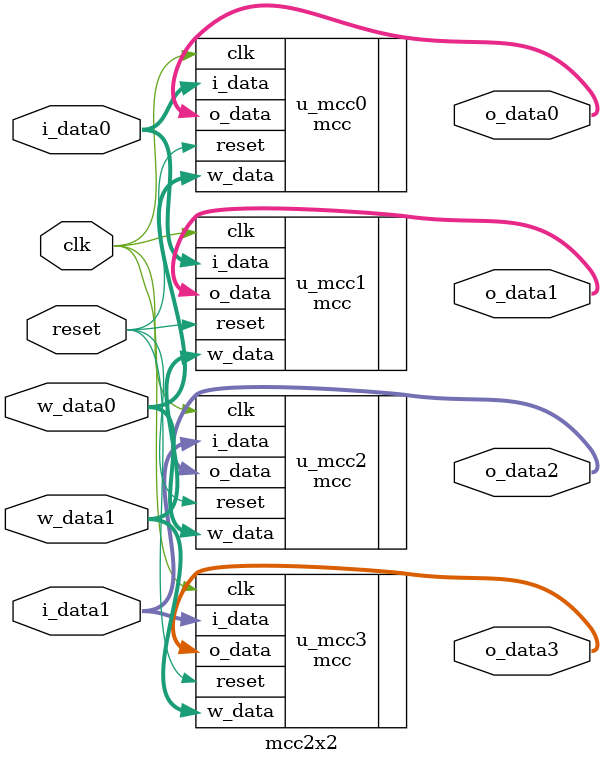
<source format=v>
module mcc2x2 (
  clk, reset,


  i_data0, i_data1,
  
  
  w_data0, w_data1,
  
  
  o_data0, o_data1, o_data2, o_data3

  
  

);


  input clk, reset;
  input[15:0] i_data0, i_data1;
              

  input[15:0] w_data0, w_data1;



  output[25:0] o_data0, o_data1, o_data2, o_data3;


  // 12.02 이부분에 있던 run_mcc 신호가 들어올때만 값 출력해주는 assign 부분 없앰! 

  

  mcc u_mcc0 (.clk(clk), .reset(reset), .i_data(i_data0), .w_data(w_data0), .o_data(o_data0));
  mcc u_mcc1 (.clk(clk), .reset(reset), .i_data(i_data0), .w_data(w_data1), .o_data(o_data1));
  mcc u_mcc2 (.clk(clk), .reset(reset), .i_data(i_data1), .w_data(w_data0), .o_data(o_data2));
  mcc u_mcc3 (.clk(clk), .reset(reset), .i_data(i_data1), .w_data(w_data1), .o_data(o_data3));

 

  
endmodule
</source>
